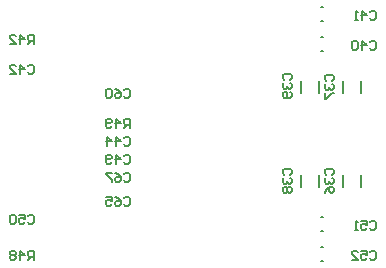
<source format=gbo>
G04 Layer_Color=32896*
%FSLAX25Y25*%
%MOIN*%
G70*
G01*
G75*
%ADD51C,0.00500*%
D51*
X487606Y193638D02*
X488394D01*
X487606Y198362D02*
X488394D01*
X487606Y203638D02*
X488394D01*
X487606Y208362D02*
X488394D01*
X487606Y278362D02*
X488394D01*
X487606Y273638D02*
X488394D01*
X487606Y268362D02*
X488394D01*
X487606Y263638D02*
X488394D01*
X481000Y249701D02*
Y253701D01*
X487000Y249701D02*
Y253701D01*
Y218299D02*
Y222299D01*
X481000Y218299D02*
Y222299D01*
X495000Y249701D02*
Y253701D01*
X501000Y249701D02*
Y253701D01*
Y218299D02*
Y222299D01*
X495000Y218299D02*
Y222299D01*
X390001Y208499D02*
X390500Y208999D01*
X391500D01*
X392000Y208499D01*
Y206500D01*
X391500Y206000D01*
X390500D01*
X390001Y206500D01*
X387002Y208999D02*
X389001D01*
Y207500D01*
X388001Y207999D01*
X387502D01*
X387002Y207500D01*
Y206500D01*
X387502Y206000D01*
X388501D01*
X389001Y206500D01*
X386002Y208499D02*
X385502Y208999D01*
X384502D01*
X384003Y208499D01*
Y206500D01*
X384502Y206000D01*
X385502D01*
X386002Y206500D01*
Y208499D01*
X392000Y194000D02*
Y196999D01*
X390500D01*
X390001Y196499D01*
Y195500D01*
X390500Y195000D01*
X392000D01*
X391000D02*
X390001Y194000D01*
X387502D02*
Y196999D01*
X389001Y195500D01*
X387002D01*
X386002Y196499D02*
X385502Y196999D01*
X384502D01*
X384003Y196499D01*
Y195999D01*
X384502Y195500D01*
X384003Y195000D01*
Y194500D01*
X384502Y194000D01*
X385502D01*
X386002Y194500D01*
Y195000D01*
X385502Y195500D01*
X386002Y195999D01*
Y196499D01*
X385502Y195500D02*
X384502D01*
X489501Y222300D02*
X489001Y222800D01*
Y223799D01*
X489501Y224299D01*
X491500D01*
X492000Y223799D01*
Y222800D01*
X491500Y222300D01*
X489501Y221300D02*
X489001Y220800D01*
Y219801D01*
X489501Y219301D01*
X490001D01*
X490500Y219801D01*
Y220301D01*
Y219801D01*
X491000Y219301D01*
X491500D01*
X492000Y219801D01*
Y220800D01*
X491500Y221300D01*
X489001Y216302D02*
X489501Y217302D01*
X490500Y218301D01*
X491500D01*
X492000Y217801D01*
Y216802D01*
X491500Y216302D01*
X491000D01*
X490500Y216802D01*
Y218301D01*
X489501Y253701D02*
X489001Y254201D01*
Y255201D01*
X489501Y255701D01*
X491500D01*
X492000Y255201D01*
Y254201D01*
X491500Y253701D01*
X489501Y252702D02*
X489001Y252202D01*
Y251202D01*
X489501Y250702D01*
X490001D01*
X490500Y251202D01*
Y251702D01*
Y251202D01*
X491000Y250702D01*
X491500D01*
X492000Y251202D01*
Y252202D01*
X491500Y252702D01*
X489001Y249703D02*
Y247703D01*
X489501D01*
X491500Y249703D01*
X492000D01*
X475501Y222300D02*
X475001Y222800D01*
Y223799D01*
X475501Y224299D01*
X477500D01*
X478000Y223799D01*
Y222800D01*
X477500Y222300D01*
X475501Y221300D02*
X475001Y220800D01*
Y219801D01*
X475501Y219301D01*
X476001D01*
X476501Y219801D01*
Y220301D01*
Y219801D01*
X477000Y219301D01*
X477500D01*
X478000Y219801D01*
Y220800D01*
X477500Y221300D01*
X475501Y218301D02*
X475001Y217801D01*
Y216802D01*
X475501Y216302D01*
X476001D01*
X476501Y216802D01*
X477000Y216302D01*
X477500D01*
X478000Y216802D01*
Y217801D01*
X477500Y218301D01*
X477000D01*
X476501Y217801D01*
X476001Y218301D01*
X475501D01*
X476501Y217801D02*
Y216802D01*
X475501Y254001D02*
X475001Y254501D01*
Y255500D01*
X475501Y256000D01*
X477500D01*
X478000Y255500D01*
Y254501D01*
X477500Y254001D01*
X475501Y253001D02*
X475001Y252501D01*
Y251501D01*
X475501Y251002D01*
X476001D01*
X476501Y251501D01*
Y252001D01*
Y251501D01*
X477000Y251002D01*
X477500D01*
X478000Y251501D01*
Y252501D01*
X477500Y253001D01*
Y250002D02*
X478000Y249502D01*
Y248502D01*
X477500Y248003D01*
X475501D01*
X475001Y248502D01*
Y249502D01*
X475501Y250002D01*
X476001D01*
X476501Y249502D01*
Y248003D01*
X504001Y266499D02*
X504500Y266999D01*
X505500D01*
X506000Y266499D01*
Y264500D01*
X505500Y264000D01*
X504500D01*
X504001Y264500D01*
X501502Y264000D02*
Y266999D01*
X503001Y265499D01*
X501002D01*
X500002Y266499D02*
X499502Y266999D01*
X498502D01*
X498003Y266499D01*
Y264500D01*
X498502Y264000D01*
X499502D01*
X500002Y264500D01*
Y266499D01*
X504001Y276499D02*
X504500Y276999D01*
X505500D01*
X506000Y276499D01*
Y274500D01*
X505500Y274000D01*
X504500D01*
X504001Y274500D01*
X501502Y274000D02*
Y276999D01*
X503001Y275500D01*
X501002D01*
X500002Y274000D02*
X499002D01*
X499502D01*
Y276999D01*
X500002Y276499D01*
X390001Y258499D02*
X390500Y258999D01*
X391500D01*
X392000Y258499D01*
Y256500D01*
X391500Y256000D01*
X390500D01*
X390001Y256500D01*
X387502Y256000D02*
Y258999D01*
X389001Y257500D01*
X387002D01*
X384003Y256000D02*
X386002D01*
X384003Y257999D01*
Y258499D01*
X384502Y258999D01*
X385502D01*
X386002Y258499D01*
X422001Y228499D02*
X422501Y228999D01*
X423500D01*
X424000Y228499D01*
Y226500D01*
X423500Y226000D01*
X422501D01*
X422001Y226500D01*
X419501Y226000D02*
Y228999D01*
X421001Y227500D01*
X419002D01*
X418002Y226500D02*
X417502Y226000D01*
X416502D01*
X416003Y226500D01*
Y228499D01*
X416502Y228999D01*
X417502D01*
X418002Y228499D01*
Y227999D01*
X417502Y227500D01*
X416003D01*
X504001Y206499D02*
X504500Y206999D01*
X505500D01*
X506000Y206499D01*
Y204500D01*
X505500Y204000D01*
X504500D01*
X504001Y204500D01*
X501002Y206999D02*
X503001D01*
Y205500D01*
X502001Y205999D01*
X501502D01*
X501002Y205500D01*
Y204500D01*
X501502Y204000D01*
X502501D01*
X503001Y204500D01*
X500002Y204000D02*
X499002D01*
X499502D01*
Y206999D01*
X500002Y206499D01*
X504001Y196499D02*
X504500Y196999D01*
X505500D01*
X506000Y196499D01*
Y194500D01*
X505500Y194000D01*
X504500D01*
X504001Y194500D01*
X501002Y196999D02*
X503001D01*
Y195500D01*
X502001Y195999D01*
X501502D01*
X501002Y195500D01*
Y194500D01*
X501502Y194000D01*
X502501D01*
X503001Y194500D01*
X498003Y194000D02*
X500002D01*
X498003Y195999D01*
Y196499D01*
X498502Y196999D01*
X499502D01*
X500002Y196499D01*
X422001Y250499D02*
X422501Y250999D01*
X423500D01*
X424000Y250499D01*
Y248500D01*
X423500Y248000D01*
X422501D01*
X422001Y248500D01*
X419002Y250999D02*
X420001Y250499D01*
X421001Y249500D01*
Y248500D01*
X420501Y248000D01*
X419501D01*
X419002Y248500D01*
Y249000D01*
X419501Y249500D01*
X421001D01*
X418002Y250499D02*
X417502Y250999D01*
X416502D01*
X416003Y250499D01*
Y248500D01*
X416502Y248000D01*
X417502D01*
X418002Y248500D01*
Y250499D01*
X422001Y214499D02*
X422501Y214999D01*
X423500D01*
X424000Y214499D01*
Y212500D01*
X423500Y212000D01*
X422501D01*
X422001Y212500D01*
X419002Y214999D02*
X420001Y214499D01*
X421001Y213499D01*
Y212500D01*
X420501Y212000D01*
X419501D01*
X419002Y212500D01*
Y213000D01*
X419501Y213499D01*
X421001D01*
X416003Y214999D02*
X418002D01*
Y213499D01*
X417002Y213999D01*
X416502D01*
X416003Y213499D01*
Y212500D01*
X416502Y212000D01*
X417502D01*
X418002Y212500D01*
X422001Y222499D02*
X422501Y222999D01*
X423500D01*
X424000Y222499D01*
Y220500D01*
X423500Y220000D01*
X422501D01*
X422001Y220500D01*
X419002Y222999D02*
X420001Y222499D01*
X421001Y221499D01*
Y220500D01*
X420501Y220000D01*
X419501D01*
X419002Y220500D01*
Y221000D01*
X419501Y221499D01*
X421001D01*
X418002Y222999D02*
X416003D01*
Y222499D01*
X418002Y220500D01*
Y220000D01*
X392000Y266000D02*
Y268999D01*
X390500D01*
X390001Y268499D01*
Y267499D01*
X390500Y267000D01*
X392000D01*
X391000D02*
X390001Y266000D01*
X387502D02*
Y268999D01*
X389001Y267499D01*
X387002D01*
X384003Y266000D02*
X386002D01*
X384003Y267999D01*
Y268499D01*
X384502Y268999D01*
X385502D01*
X386002Y268499D01*
X424000Y238000D02*
Y240999D01*
X422501D01*
X422001Y240499D01*
Y239499D01*
X422501Y239000D01*
X424000D01*
X423000D02*
X422001Y238000D01*
X419501D02*
Y240999D01*
X421001Y239499D01*
X419002D01*
X418002Y238500D02*
X417502Y238000D01*
X416502D01*
X416003Y238500D01*
Y240499D01*
X416502Y240999D01*
X417502D01*
X418002Y240499D01*
Y239999D01*
X417502Y239499D01*
X416003D01*
X422001Y234499D02*
X422501Y234999D01*
X423500D01*
X424000Y234499D01*
Y232500D01*
X423500Y232000D01*
X422501D01*
X422001Y232500D01*
X419501Y232000D02*
Y234999D01*
X421001Y233500D01*
X419002D01*
X416502Y232000D02*
Y234999D01*
X418002Y233500D01*
X416003D01*
M02*

</source>
